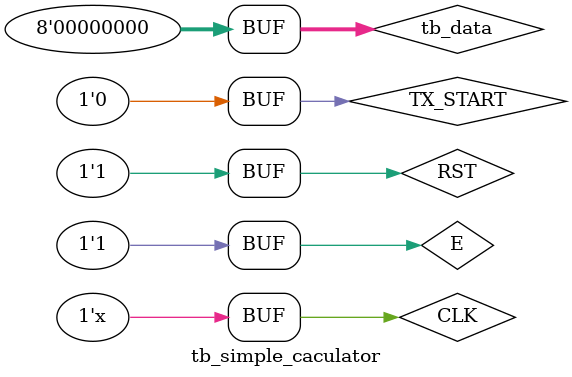
<source format=v>
`timescale 1ns/1ps
module tb_simple_caculator;

    parameter CLK_FREQ = 50000000;
    parameter BAUD     = 9600;
    parameter BAUD_DIV = CLK_FREQ / BAUD;
    parameter CLK_PERIOD = 0.02; // 50MHz => 20ns clock
    parameter BIT_DURATION = 104.167; // 1/(baud rate) 

    reg [7:0] tb_data;
    wire [7:0] tb_result;
    reg TX_START, E, CLK;
    wire TX_LINE, RX_LINE, error;
    reg RST = 0;



    uart #(
        .CLK_FREQ(CLK_FREQ),
        .BAUD(BAUD)
    ) user (
        .CLK(CLK),
        .RST(RST),
        .RX(RX_LINE),
        .TX(TX_LINE),
        .TX_START(TX_START),
        .TX_DATA(tb_data),
        .RX_DATA(tb_result),
        .value_intr()
    );

    simple_caculator uut(
        .E(E),
        .CLK(CLK),
        .RX(TX_LINE),
        .RST(RST),
        .TX(RX_LINE)
    );

    // Task to send data
    task send;
        input [7:0] data;
        begin
            tb_data = data;
            TX_START = 1;
            #(BIT_DURATION);
            TX_START = 0;
        end
    endtask

    always #(CLK_PERIOD/2) CLK = ~CLK;

    initial begin
        $monitor("%0t Result send back: %d", $time, tb_result);
        CLK = 0;
        RST = 0;
        #10;
        RST = 1;
        E = 1;
        #(BIT_DURATION);
        send(8'd5);
        #(BIT_DURATION*11);
        send("+");
        #(BIT_DURATION*11);
        send(8'd10);
        #(BIT_DURATION*11);
        send(8'd30);
        #(BIT_DURATION*11);
        send("-");
        #(BIT_DURATION*11);
        send(8'd20);
        #(BIT_DURATION*11);
        send(8'd15);
        #(BIT_DURATION*11);
        send("x");
        #(BIT_DURATION*11);
        send(8'd10);
        #(BIT_DURATION*11);
        send(8'd50);
        #(BIT_DURATION*11);
        send("/");
        #(BIT_DURATION*11);
        send(8'd5);
        #(BIT_DURATION*11);
        send(8'd15);
        #(BIT_DURATION*11);
        send("/");
        #(BIT_DURATION*11);
        send(8'd0);
        

    end




endmodule

</source>
